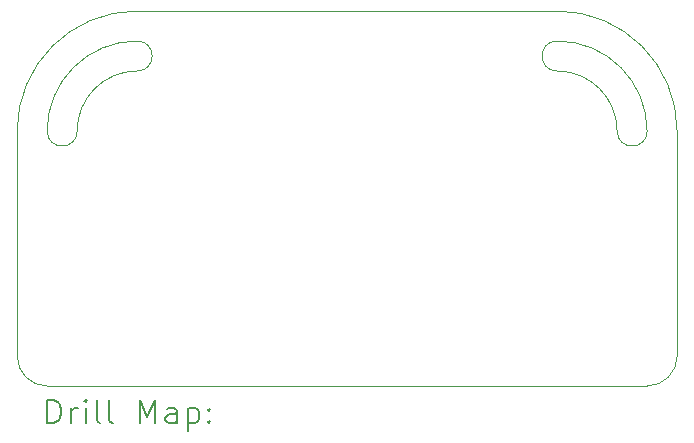
<source format=gbr>
%TF.GenerationSoftware,KiCad,Pcbnew,7.0.9*%
%TF.CreationDate,2023-12-24T17:35:53+01:00*%
%TF.ProjectId,Fusebit Doctor TQFP32 adapter,46757365-6269-4742-9044-6f63746f7220,V1.0*%
%TF.SameCoordinates,Original*%
%TF.FileFunction,Drillmap*%
%TF.FilePolarity,Positive*%
%FSLAX45Y45*%
G04 Gerber Fmt 4.5, Leading zero omitted, Abs format (unit mm)*
G04 Created by KiCad (PCBNEW 7.0.9) date 2023-12-24 17:35:53*
%MOMM*%
%LPD*%
G01*
G04 APERTURE LIST*
%ADD10C,0.100000*%
%ADD11C,0.200000*%
G04 APERTURE END LIST*
D10*
X2286000Y0D02*
G75*
G03*
X1778000Y508000I-508000J0D01*
G01*
X2540000Y0D02*
G75*
G03*
X1778000Y762000I-762000J0D01*
G01*
X1778000Y762000D02*
G75*
G03*
X1778000Y508000I0J-127000D01*
G01*
X2286000Y0D02*
G75*
G03*
X2540000Y0I127000J0D01*
G01*
X-2540000Y0D02*
G75*
G03*
X-2286000Y0I127000J0D01*
G01*
X-1778000Y508000D02*
G75*
G03*
X-1778000Y762000I0J127000D01*
G01*
X-1778000Y508000D02*
G75*
G03*
X-2286000Y0I0J-508000D01*
G01*
X-1778000Y762000D02*
G75*
G03*
X-2540000Y0I0J-762000D01*
G01*
X2794000Y0D02*
X2794000Y-1905000D01*
X2794000Y0D02*
G75*
G03*
X1778000Y1016000I-1016000J0D01*
G01*
X-2794000Y-1905000D02*
G75*
G03*
X-2540000Y-2159000I254000J0D01*
G01*
X2540000Y-2159000D02*
X-2540000Y-2159000D01*
X2540000Y-2159000D02*
G75*
G03*
X2794000Y-1905000I0J254000D01*
G01*
X-1778000Y1016000D02*
X1778000Y1016000D01*
X-2794000Y-1905000D02*
X-2794000Y0D01*
X-1778000Y1016000D02*
G75*
G03*
X-2794000Y0I0J-1016000D01*
G01*
D11*
X-2538223Y-2475484D02*
X-2538223Y-2275484D01*
X-2538223Y-2275484D02*
X-2490604Y-2275484D01*
X-2490604Y-2275484D02*
X-2462033Y-2285008D01*
X-2462033Y-2285008D02*
X-2442985Y-2304055D01*
X-2442985Y-2304055D02*
X-2433461Y-2323103D01*
X-2433461Y-2323103D02*
X-2423937Y-2361198D01*
X-2423937Y-2361198D02*
X-2423937Y-2389770D01*
X-2423937Y-2389770D02*
X-2433461Y-2427865D01*
X-2433461Y-2427865D02*
X-2442985Y-2446912D01*
X-2442985Y-2446912D02*
X-2462033Y-2465960D01*
X-2462033Y-2465960D02*
X-2490604Y-2475484D01*
X-2490604Y-2475484D02*
X-2538223Y-2475484D01*
X-2338223Y-2475484D02*
X-2338223Y-2342150D01*
X-2338223Y-2380246D02*
X-2328699Y-2361198D01*
X-2328699Y-2361198D02*
X-2319176Y-2351674D01*
X-2319176Y-2351674D02*
X-2300128Y-2342150D01*
X-2300128Y-2342150D02*
X-2281080Y-2342150D01*
X-2214414Y-2475484D02*
X-2214414Y-2342150D01*
X-2214414Y-2275484D02*
X-2223937Y-2285008D01*
X-2223937Y-2285008D02*
X-2214414Y-2294531D01*
X-2214414Y-2294531D02*
X-2204890Y-2285008D01*
X-2204890Y-2285008D02*
X-2214414Y-2275484D01*
X-2214414Y-2275484D02*
X-2214414Y-2294531D01*
X-2090604Y-2475484D02*
X-2109652Y-2465960D01*
X-2109652Y-2465960D02*
X-2119176Y-2446912D01*
X-2119176Y-2446912D02*
X-2119176Y-2275484D01*
X-1985842Y-2475484D02*
X-2004890Y-2465960D01*
X-2004890Y-2465960D02*
X-2014414Y-2446912D01*
X-2014414Y-2446912D02*
X-2014414Y-2275484D01*
X-1757271Y-2475484D02*
X-1757271Y-2275484D01*
X-1757271Y-2275484D02*
X-1690604Y-2418341D01*
X-1690604Y-2418341D02*
X-1623937Y-2275484D01*
X-1623937Y-2275484D02*
X-1623937Y-2475484D01*
X-1442985Y-2475484D02*
X-1442985Y-2370722D01*
X-1442985Y-2370722D02*
X-1452509Y-2351674D01*
X-1452509Y-2351674D02*
X-1471556Y-2342150D01*
X-1471556Y-2342150D02*
X-1509652Y-2342150D01*
X-1509652Y-2342150D02*
X-1528699Y-2351674D01*
X-1442985Y-2465960D02*
X-1462033Y-2475484D01*
X-1462033Y-2475484D02*
X-1509652Y-2475484D01*
X-1509652Y-2475484D02*
X-1528699Y-2465960D01*
X-1528699Y-2465960D02*
X-1538223Y-2446912D01*
X-1538223Y-2446912D02*
X-1538223Y-2427865D01*
X-1538223Y-2427865D02*
X-1528699Y-2408817D01*
X-1528699Y-2408817D02*
X-1509652Y-2399293D01*
X-1509652Y-2399293D02*
X-1462033Y-2399293D01*
X-1462033Y-2399293D02*
X-1442985Y-2389770D01*
X-1347747Y-2342150D02*
X-1347747Y-2542150D01*
X-1347747Y-2351674D02*
X-1328699Y-2342150D01*
X-1328699Y-2342150D02*
X-1290604Y-2342150D01*
X-1290604Y-2342150D02*
X-1271556Y-2351674D01*
X-1271556Y-2351674D02*
X-1262033Y-2361198D01*
X-1262033Y-2361198D02*
X-1252509Y-2380246D01*
X-1252509Y-2380246D02*
X-1252509Y-2437389D01*
X-1252509Y-2437389D02*
X-1262033Y-2456436D01*
X-1262033Y-2456436D02*
X-1271556Y-2465960D01*
X-1271556Y-2465960D02*
X-1290604Y-2475484D01*
X-1290604Y-2475484D02*
X-1328699Y-2475484D01*
X-1328699Y-2475484D02*
X-1347747Y-2465960D01*
X-1166795Y-2456436D02*
X-1157271Y-2465960D01*
X-1157271Y-2465960D02*
X-1166795Y-2475484D01*
X-1166795Y-2475484D02*
X-1176318Y-2465960D01*
X-1176318Y-2465960D02*
X-1166795Y-2456436D01*
X-1166795Y-2456436D02*
X-1166795Y-2475484D01*
X-1166795Y-2351674D02*
X-1157271Y-2361198D01*
X-1157271Y-2361198D02*
X-1166795Y-2370722D01*
X-1166795Y-2370722D02*
X-1176318Y-2361198D01*
X-1176318Y-2361198D02*
X-1166795Y-2351674D01*
X-1166795Y-2351674D02*
X-1166795Y-2370722D01*
M02*

</source>
